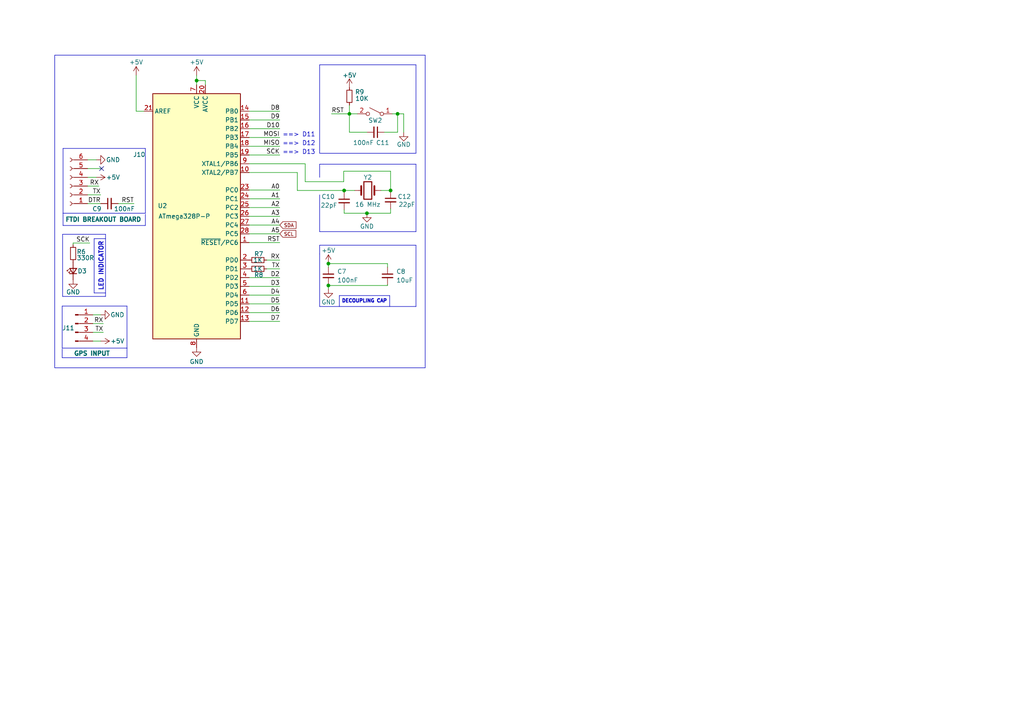
<source format=kicad_sch>
(kicad_sch (version 20230121) (generator eeschema)
  (paper "A4")
  (lib_symbols
    (symbol "Connector:Conn_01x04_Male" (pin_names (offset 1.016) hide)
      (property "Reference" "J" (at 0 5.08 0))
      (property "Value" "Conn_01x04_Male" (at 0 -7.62 0))
      (symbol "Conn_01x04_Male_1_1"
        (polyline (pts (xy 1.27 -5.08) (xy 0.8636 -5.08)) (stroke (width 0.1524)))
        (polyline (pts (xy 1.27 -2.54) (xy 0.8636 -2.54)) (stroke (width 0.1524)))
        (polyline (pts (xy 1.27 0) (xy 0.8636 0)) (stroke (width 0.1524)))
        (polyline (pts (xy 1.27 2.54) (xy 0.8636 2.54)) (stroke (width 0.1524)))
        (rectangle (start 0.8636 -4.953) (end 0 -5.207) (stroke (width 0.1524)) (fill (type outline)))
        (rectangle (start 0.8636 -2.413) (end 0 -2.667) (stroke (width 0.1524)) (fill (type outline)))
        (rectangle (start 0.8636 0.127) (end 0 -0.127) (stroke (width 0.1524)) (fill (type outline)))
        (rectangle (start 0.8636 2.667) (end 0 2.413) (stroke (width 0.1524)) (fill (type outline)))
        (pin passive line (at 5.08 2.54 180) (length 3.81) (name "Pin_1") (number "1"))
        (pin passive line (at 5.08 0 180) (length 3.81) (name "Pin_2") (number "2"))
        (pin passive line (at 5.08 -2.54 180) (length 3.81) (name "Pin_3") (number "3"))
        (pin passive line (at 5.08 -5.08 180) (length 3.81) (name "Pin_4") (number "4"))
      )
    )
    (symbol "Connector:Conn_01x06_Female" (pin_names (offset 1.016) hide)
      (property "Reference" "J" (at 0 7.62 0))
      (property "Value" "Conn_01x06_Female" (at 0 -10.16 0))
      (symbol "Conn_01x06_Female_1_1"
        (arc (start 0 -7.112) (mid -0.5058 -7.62) (end 0 -8.128) (stroke (width 0.1524)))
        (arc (start 0 -4.572) (mid -0.5058 -5.08) (end 0 -5.588) (stroke (width 0.1524)))
        (arc (start 0 -2.032) (mid -0.5058 -2.54) (end 0 -3.048) (stroke (width 0.1524)))
        (polyline (pts (xy -1.27 -7.62) (xy -0.508 -7.62)) (stroke (width 0.1524)))
        (polyline (pts (xy -1.27 -5.08) (xy -0.508 -5.08)) (stroke (width 0.1524)))
        (polyline (pts (xy -1.27 -2.54) (xy -0.508 -2.54)) (stroke (width 0.1524)))
        (polyline (pts (xy -1.27 0) (xy -0.508 0)) (stroke (width 0.1524)))
        (polyline (pts (xy -1.27 2.54) (xy -0.508 2.54)) (stroke (width 0.1524)))
        (polyline (pts (xy -1.27 5.08) (xy -0.508 5.08)) (stroke (width 0.1524)))
        (arc (start 0 0.508) (mid -0.5058 0) (end 0 -0.508) (stroke (width 0.1524)))
        (arc (start 0 3.048) (mid -0.5058 2.54) (end 0 2.032) (stroke (width 0.1524)))
        (arc (start 0 5.588) (mid -0.5058 5.08) (end 0 4.572) (stroke (width 0.1524)))
        (pin passive line (at -5.08 5.08 0) (length 3.81) (name "Pin_1") (number "1"))
        (pin passive line (at -5.08 2.54 0) (length 3.81) (name "Pin_2") (number "2"))
        (pin passive line (at -5.08 0 0) (length 3.81) (name "Pin_3") (number "3"))
        (pin passive line (at -5.08 -2.54 0) (length 3.81) (name "Pin_4") (number "4"))
        (pin passive line (at -5.08 -5.08 0) (length 3.81) (name "Pin_5") (number "5"))
        (pin passive line (at -5.08 -7.62 0) (length 3.81) (name "Pin_6") (number "6"))
      )
    )
    (symbol "Device:C_Small" (pin_numbers hide) (pin_names (offset 0.254) hide)
      (property "Reference" "C" (at 0.254 1.778 0))
      (property "Value" "C_Small" (at 0.254 -2.032 0))
      (symbol "C_Small_0_1"
        (polyline (pts (xy -1.524 -0.508) (xy 1.524 -0.508)) (stroke (width 0.3302)))
        (polyline (pts (xy -1.524 0.508) (xy 1.524 0.508)) (stroke (width 0.3048)))
      )
      (symbol "C_Small_1_1"
        (pin passive line (at 0 2.54 270) (length 2.032) (name "~") (number "1"))
        (pin passive line (at 0 -2.54 90) (length 2.032) (name "~") (number "2"))
      )
    )
    (symbol "Device:Crystal" (pin_numbers hide) (pin_names (offset 1.016) hide)
      (property "Reference" "Y" (at 0 3.81 0))
      (property "Value" "Crystal" (at 0 -3.81 0))
      (symbol "Crystal_0_1"
        (rectangle (start -1.143 2.54) (end 1.143 -2.54) (stroke (width 0.3048)))
        (polyline (pts (xy -2.54 0) (xy -1.905 0)))
        (polyline (pts (xy -1.905 -1.27) (xy -1.905 1.27)) (stroke (width 0.508)))
        (polyline (pts (xy 1.905 -1.27) (xy 1.905 1.27)) (stroke (width 0.508)))
        (polyline (pts (xy 2.54 0) (xy 1.905 0)))
      )
      (symbol "Crystal_1_1"
        (pin passive line (at -3.81 0 0) (length 1.27) (name "1") (number "1"))
        (pin passive line (at 3.81 0 180) (length 1.27) (name "2") (number "2"))
      )
    )
    (symbol "Device:LED_Small" (pin_numbers hide) (pin_names (offset 0.254) hide)
      (property "Reference" "D" (at -1.27 3.175 0))
      (property "Value" "LED_Small" (at -4.445 -2.54 0))
      (symbol "LED_Small_0_1"
        (polyline (pts (xy -0.762 -1.016) (xy -0.762 1.016)) (stroke (width 0.254)))
        (polyline (pts (xy 1.016 0) (xy -0.762 0)))
        (polyline (pts (xy 0.762 -1.016) (xy -0.762 0) (xy 0.762 1.016) (xy 0.762 -1.016)) (stroke (width 0.254)))
        (polyline (pts (xy 0 0.762) (xy -0.508 1.27) (xy -0.254 1.27) (xy -0.508 1.27) (xy -0.508 1.016)))
        (polyline (pts (xy 0.508 1.27) (xy 0 1.778) (xy 0.254 1.778) (xy 0 1.778) (xy 0 1.524)))
      )
      (symbol "LED_Small_1_1"
        (pin passive line (at -2.54 0 0) (length 1.778) (name "K") (number "1"))
        (pin passive line (at 2.54 0 180) (length 1.778) (name "A") (number "2"))
      )
    )
    (symbol "Device:R_Small" (pin_numbers hide) (pin_names (offset 0.254) hide)
      (property "Reference" "R" (at 0.762 0.508 0))
      (property "Value" "R_Small" (at 0.762 -1.016 0))
      (symbol "R_Small_0_1"
        (rectangle (start -0.762 1.778) (end 0.762 -1.778) (stroke (width 0.2032)))
      )
      (symbol "R_Small_1_1"
        (pin passive line (at 0 2.54 270) (length 0.762) (name "~") (number "1"))
        (pin passive line (at 0 -2.54 90) (length 0.762) (name "~") (number "2"))
      )
    )
    (symbol "MCU_Microchip_ATmega:ATmega328P-P"
      (property "Reference" "U" (at -12.7 36.83 0))
      (property "Value" "ATmega328P-P" (at 2.54 -36.83 0))
      (symbol "ATmega328P-P_0_1"
        (rectangle (start -12.7 -35.56) (end 12.7 35.56) (stroke (width 0.254)) (fill (type background)))
      )
      (symbol "ATmega328P-P_1_1"
        (pin bidirectional line (at 15.24 -7.62 180) (length 2.54) (name "~{RESET}/PC6") (number "1"))
        (pin bidirectional line (at 15.24 12.7 180) (length 2.54) (name "XTAL2/PB7") (number "10"))
        (pin bidirectional line (at 15.24 -25.4 180) (length 2.54) (name "PD5") (number "11"))
        (pin bidirectional line (at 15.24 -27.94 180) (length 2.54) (name "PD6") (number "12"))
        (pin bidirectional line (at 15.24 -30.48 180) (length 2.54) (name "PD7") (number "13"))
        (pin bidirectional line (at 15.24 30.48 180) (length 2.54) (name "PB0") (number "14"))
        (pin bidirectional line (at 15.24 27.94 180) (length 2.54) (name "PB1") (number "15"))
        (pin bidirectional line (at 15.24 25.4 180) (length 2.54) (name "PB2") (number "16"))
        (pin bidirectional line (at 15.24 22.86 180) (length 2.54) (name "PB3") (number "17"))
        (pin bidirectional line (at 15.24 20.32 180) (length 2.54) (name "PB4") (number "18"))
        (pin bidirectional line (at 15.24 17.78 180) (length 2.54) (name "PB5") (number "19"))
        (pin bidirectional line (at 15.24 -12.7 180) (length 2.54) (name "PD0") (number "2"))
        (pin power_in line (at 2.54 38.1 270) (length 2.54) (name "AVCC") (number "20"))
        (pin passive line (at -15.24 30.48 0) (length 2.54) (name "AREF") (number "21"))
        (pin passive line (at 0 -38.1 90) (length 2.54) hide (name "GND") (number "22"))
        (pin bidirectional line (at 15.24 7.62 180) (length 2.54) (name "PC0") (number "23"))
        (pin bidirectional line (at 15.24 5.08 180) (length 2.54) (name "PC1") (number "24"))
        (pin bidirectional line (at 15.24 2.54 180) (length 2.54) (name "PC2") (number "25"))
        (pin bidirectional line (at 15.24 0 180) (length 2.54) (name "PC3") (number "26"))
        (pin bidirectional line (at 15.24 -2.54 180) (length 2.54) (name "PC4") (number "27"))
        (pin bidirectional line (at 15.24 -5.08 180) (length 2.54) (name "PC5") (number "28"))
        (pin bidirectional line (at 15.24 -15.24 180) (length 2.54) (name "PD1") (number "3"))
        (pin bidirectional line (at 15.24 -17.78 180) (length 2.54) (name "PD2") (number "4"))
        (pin bidirectional line (at 15.24 -20.32 180) (length 2.54) (name "PD3") (number "5"))
        (pin bidirectional line (at 15.24 -22.86 180) (length 2.54) (name "PD4") (number "6"))
        (pin power_in line (at 0 38.1 270) (length 2.54) (name "VCC") (number "7"))
        (pin power_in line (at 0 -38.1 90) (length 2.54) (name "GND") (number "8"))
        (pin bidirectional line (at 15.24 15.24 180) (length 2.54) (name "XTAL1/PB6") (number "9"))
      )
    )
    (symbol "Switch:SW_SPST" (pin_names (offset 0) hide)
      (property "Reference" "SW" (at 0 3.175 0))
      (property "Value" "SW_SPST" (at 0 -2.54 0))
      (symbol "SW_SPST_0_0"
        (circle (center -2.032 0) (radius 0.508))
        (polyline (pts (xy -1.524 0.254) (xy 1.524 1.778)))
        (circle (center 2.032 0) (radius 0.508))
      )
      (symbol "SW_SPST_1_1"
        (pin passive line (at -5.08 0 0) (length 2.54) (name "A") (number "1"))
        (pin passive line (at 5.08 0 180) (length 2.54) (name "B") (number "2"))
      )
    )
    (symbol "power:+5V" (power) (pin_names (offset 0))
      (property "Value" "+5V" (at 0 3.556 0))
      (symbol "+5V_0_1"
        (polyline (pts (xy -0.762 1.27) (xy 0 2.54)))
        (polyline (pts (xy 0 0) (xy 0 2.54)))
        (polyline (pts (xy 0 2.54) (xy 0.762 1.27)))
      )
      (symbol "+5V_1_1"
        (pin power_in line (at 0 0 90) (length 0) hide (name "+5V") (number "1"))
      )
    )
    (symbol "power:GND" (power) (pin_names (offset 0))
      (property "Value" "GND" (at 0 -3.81 0))
      (symbol "GND_0_1"
        (polyline (pts (xy 0 0) (xy 0 -1.27) (xy 1.27 -1.27) (xy 0 -2.54) (xy -1.27 -1.27) (xy 0 -1.27)))
      )
      (symbol "GND_1_1"
        (pin power_in line (at 0 0 270) (length 0) hide (name "GND") (number "1"))
      )
    )
  )
  (junction (at 106.426 61.849))
  (junction (at 95.25 76.454))
  (junction (at 115.316 33.02))
  (junction (at 57.023 23.368))
  (junction (at 95.25 82.804))
  (junction (at 99.822 55.245))
  (junction (at 113.284 55.245))
  (junction (at 101.346 33.02))
  (no_connect (at 29.464 48.895))
  (wire (pts (xy 72.263 47.498) (xy 88.519 47.498)))
  (wire (pts (xy 99.822 61.849) (xy 106.426 61.849)))
  (polyline (pts (xy 123.317 17.018) (xy 123.317 106.68)))
  (polyline (pts (xy 120.65 47.625) (xy 120.65 67.183)))
  (polyline (pts (xy 15.875 16.002) (xy 123.317 16.002)))
  (wire (pts (xy 59.563 23.368) (xy 59.563 24.638)))
  (wire (pts (xy 41.783 32.258) (xy 39.497 32.258)))
  (wire (pts (xy 95.25 82.55) (xy 95.25 82.804)))
  (polyline (pts (xy 92.71 44.45) (xy 120.65 44.45)))
  (wire (pts (xy 72.263 65.278) (xy 81.153 65.278)))
  (polyline (pts (xy 18.161 85.979) (xy 30.607 85.979)))
  (wire (pts (xy 72.263 83.058) (xy 81.153 83.058)))
  (wire (pts (xy 99.822 55.753) (xy 99.822 55.245)))
  (wire (pts (xy 72.263 57.658) (xy 81.153 57.658)))
  (wire (pts (xy 57.023 21.844) (xy 57.023 23.368)))
  (wire (pts (xy 72.263 62.738) (xy 81.153 62.738)))
  (wire (pts (xy 113.284 49.657) (xy 113.284 55.245)))
  (wire (pts (xy 88.519 47.498) (xy 88.519 52.705)))
  (polyline (pts (xy 18.034 88.773) (xy 36.83 88.773)))
  (wire (pts (xy 25.4 46.355) (xy 27.94 46.355)))
  (wire (pts (xy 77.343 75.438) (xy 81.153 75.438)))
  (polyline (pts (xy 30.607 85.979) (xy 30.607 67.945)))
  (wire (pts (xy 25.4 56.515) (xy 29.21 56.515)))
  (wire (pts (xy 72.263 67.818) (xy 81.153 67.818)))
  (polyline (pts (xy 98.425 85.725) (xy 113.03 85.725)))
  (wire (pts (xy 72.263 50.038) (xy 86.233 50.038)))
  (wire (pts (xy 117.094 38.354) (xy 117.094 33.02)))
  (polyline (pts (xy 36.83 103.759) (xy 36.83 100.965)))
  (wire (pts (xy 72.263 60.198) (xy 81.153 60.198)))
  (wire (pts (xy 72.263 70.358) (xy 81.153 70.358)))
  (wire (pts (xy 26.924 93.853) (xy 29.972 93.853)))
  (polyline (pts (xy 92.71 47.625) (xy 93.726 47.625)))
  (wire (pts (xy 117.094 33.02) (xy 115.316 33.02)))
  (wire (pts (xy 101.346 38.354) (xy 101.346 33.02)))
  (wire (pts (xy 72.263 88.138) (xy 81.153 88.138)))
  (wire (pts (xy 72.263 42.418) (xy 81.153 42.418)))
  (wire (pts (xy 72.263 55.118) (xy 81.153 55.118)))
  (polyline (pts (xy 123.317 106.68) (xy 15.875 106.68)))
  (wire (pts (xy 88.519 52.705) (xy 99.695 52.705)))
  (wire (pts (xy 99.822 55.245) (xy 102.87 55.245)))
  (polyline (pts (xy 120.65 44.45) (xy 120.65 18.796)))
  (polyline (pts (xy 18.034 103.759) (xy 36.83 103.759)))
  (polyline (pts (xy 18.034 88.773) (xy 18.034 100.965)))
  (wire (pts (xy 99.695 49.657) (xy 99.695 52.705)))
  (polyline (pts (xy 92.71 73.66) (xy 92.71 88.9)))
  (wire (pts (xy 72.263 80.518) (xy 81.153 80.518)))
  (polyline (pts (xy 120.65 67.183) (xy 92.71 67.183)))
  (polyline (pts (xy 18.034 101.219) (xy 18.034 103.759)))
  (wire (pts (xy 86.233 55.245) (xy 99.822 55.245)))
  (wire (pts (xy 95.25 82.804) (xy 112.395 82.804)))
  (wire (pts (xy 21.209 70.485) (xy 21.209 70.993)))
  (polyline (pts (xy 27.305 69.215) (xy 30.607 69.215)))
  (polyline (pts (xy 18.161 67.945) (xy 18.161 85.979)))
  (wire (pts (xy 115.316 38.354) (xy 115.316 33.02)))
  (wire (pts (xy 72.263 37.338) (xy 81.153 37.338)))
  (polyline (pts (xy 18.288 65.405) (xy 18.288 61.849)))
  (polyline (pts (xy 42.164 65.405) (xy 18.288 65.405)))
  (wire (pts (xy 25.4 59.055) (xy 29.21 59.055)))
  (polyline (pts (xy 92.71 71.12) (xy 92.71 73.66)))
  (wire (pts (xy 113.284 61.849) (xy 113.284 60.579)))
  (polyline (pts (xy 42.164 62.103) (xy 42.164 65.405)))
  (wire (pts (xy 26.924 96.393) (xy 29.972 96.393)))
  (wire (pts (xy 72.263 39.878) (xy 81.153 39.878)))
  (polyline (pts (xy 92.71 88.9) (xy 120.65 88.9)))
  (wire (pts (xy 72.263 90.678) (xy 81.153 90.678)))
  (wire (pts (xy 72.263 93.218) (xy 81.153 93.218)))
  (wire (pts (xy 72.263 85.598) (xy 81.153 85.598)))
  (polyline (pts (xy 29.972 61.849) (xy 42.164 61.849)))
  (polyline (pts (xy 92.71 18.796) (xy 120.65 18.796)))
  (polyline (pts (xy 42.164 43.053) (xy 42.164 61.849)))
  (wire (pts (xy 86.233 50.038) (xy 86.233 55.245)))
  (wire (pts (xy 26.924 91.313) (xy 29.21 91.313)))
  (wire (pts (xy 95.25 77.47) (xy 95.25 76.454)))
  (polyline (pts (xy 36.83 100.965) (xy 18.034 100.965)))
  (wire (pts (xy 39.497 32.258) (xy 39.497 21.844)))
  (wire (pts (xy 25.4 48.895) (xy 29.464 48.895)))
  (wire (pts (xy 72.263 32.258) (xy 81.153 32.258)))
  (wire (pts (xy 99.822 60.833) (xy 99.822 61.849)))
  (polyline (pts (xy 18.288 43.053) (xy 42.164 43.053)))
  (polyline (pts (xy 120.65 88.9) (xy 120.65 71.12)))
  (wire (pts (xy 112.395 82.804) (xy 112.395 82.55)))
  (wire (pts (xy 106.426 38.354) (xy 101.346 38.354)))
  (wire (pts (xy 57.023 23.368) (xy 59.563 23.368)))
  (polyline (pts (xy 123.317 16.002) (xy 123.317 17.018)))
  (wire (pts (xy 34.29 59.055) (xy 38.862 59.055)))
  (polyline (pts (xy 98.425 85.725) (xy 98.425 88.9)))
  (polyline (pts (xy 92.71 18.796) (xy 92.71 44.45)))
  (polyline (pts (xy 92.71 56.515) (xy 92.71 67.183)))
  (wire (pts (xy 101.346 33.02) (xy 96.139 33.02)))
  (polyline (pts (xy 30.607 84.963) (xy 27.305 84.963)))
  (wire (pts (xy 113.284 55.245) (xy 110.49 55.245)))
  (wire (pts (xy 112.395 76.454) (xy 112.395 77.47)))
  (polyline (pts (xy 120.65 71.12) (xy 92.71 71.12)))
  (polyline (pts (xy 27.305 84.963) (xy 27.305 69.215)))
  (wire (pts (xy 101.346 30.48) (xy 101.346 33.02)))
  (wire (pts (xy 95.25 76.454) (xy 112.395 76.454)))
  (wire (pts (xy 95.25 83.82) (xy 95.25 82.804)))
  (polyline (pts (xy 92.71 51.435) (xy 92.71 47.625)))
  (polyline (pts (xy 93.726 47.625) (xy 120.65 47.625)))
  (wire (pts (xy 72.263 34.798) (xy 81.153 34.798)))
  (wire (pts (xy 25.4 53.975) (xy 28.702 53.975)))
  (wire (pts (xy 26.924 98.933) (xy 29.21 98.933)))
  (wire (pts (xy 72.263 44.958) (xy 81.153 44.958)))
  (polyline (pts (xy 18.288 61.849) (xy 18.288 43.053)))
  (wire (pts (xy 115.316 33.02) (xy 113.792 33.02)))
  (wire (pts (xy 57.023 23.368) (xy 57.023 24.638)))
  (wire (pts (xy 101.346 33.02) (xy 103.632 33.02)))
  (wire (pts (xy 99.695 49.657) (xy 113.284 49.657)))
  (wire (pts (xy 25.4 51.435) (xy 27.94 51.435)))
  (wire (pts (xy 111.506 38.354) (xy 115.316 38.354)))
  (polyline (pts (xy 15.875 106.68) (xy 15.875 16.002)))
  (polyline (pts (xy 30.607 67.945) (xy 18.161 67.945)))
  (polyline (pts (xy 113.03 85.725) (xy 113.03 88.9)))
  (wire (pts (xy 113.284 55.245) (xy 113.284 55.499)))
  (wire (pts (xy 26.035 70.485) (xy 21.209 70.485)))
  (polyline (pts (xy 36.83 88.773) (xy 36.83 100.965)))
  (polyline (pts (xy 29.972 61.849) (xy 18.288 61.849)))
  (wire (pts (xy 77.343 77.978) (xy 81.153 77.978)))
  (wire (pts (xy 106.426 61.849) (xy 113.284 61.849)))
  (text "==> D12\n" (at 81.915 42.418 0) (effects (font (size 1.27 1.27)) (justify left bottom)))
  (text "==> D11" (at 81.915 39.878 0) (effects (font (size 1.27 1.27)) (justify left bottom)))
  (text "LED INDICATOR" (at 30.099 84.455 90) (effects (font (size 1.27 1.27) (thickness 0.254) bold) (justify left bottom)))
  (text "DECOUPLING CAP" (at 99.06 88.011 0) (effects (font (size 1 1) (thickness 0.254) bold) (justify left bottom)))
  (text "==> D13\n" (at 81.915 44.958 0) (effects (font (size 1.27 1.27)) (justify left bottom)))
  (label "RX" (at 28.702 53.975 180))
  (label "D3" (at 81.153 83.058 180))
  (label "RX" (at 81.153 75.438 180))
  (label "A0" (at 81.153 55.118 180))
  (label "MOSI" (at 81.153 39.878 180))
  (label "A3" (at 81.153 62.738 180))
  (label "TX" (at 29.21 56.515 180))
  (label "RST" (at 96.139 33.02 0))
  (label "D8" (at 81.153 32.258 180))
  (label "D9" (at 81.153 34.798 180))
  (label "A4" (at 81.153 65.278 180))
  (label "D5" (at 81.153 88.138 180))
  (label "RST" (at 38.862 59.055 180))
  (label "D4" (at 81.153 85.598 180))
  (label "D10" (at 81.153 37.338 180))
  (label "MISO" (at 81.153 42.418 180))
  (label "SCK" (at 26.035 70.485 180))
  (label "TX" (at 29.972 96.393 180))
  (label "A5" (at 81.153 67.818 180))
  (label "RST" (at 81.153 70.358 180))
  (label "TX" (at 81.153 77.978 180))
  (label "D2" (at 81.153 80.518 180))
  (label "SCK" (at 81.153 44.958 180))
  (label "A1" (at 81.153 57.658 180))
  (label "DTR" (at 29.21 59.055 180))
  (label "D7" (at 81.153 93.218 180))
  (label "A2" (at 81.153 60.198 180))
  (label "RX" (at 29.972 93.853 180))
  (label "D6" (at 81.153 90.678 180))
  (global_label "SDA" (shape input) (at 81.153 65.278 0) (effects (font (size 1 1))) (property "Intersheetrefs" "${INTERSHEET_REFS}" (effects hide)))
  (global_label "SCL" (shape input) (at 81.153 67.818 0) (effects (font (size 1 1))) (property "Intersheetrefs" "${INTERSHEET_REFS}" (effects hide)))
  (symbol (lib_id "power:GND") (at 29.21 91.313 90) (unit 1)
    (property "Reference" "#PWR035" (effects hide))
    (property "Value" "GND" (at 32.004 91.313 90) (effects (justify right)))
  )
  (symbol (lib_id "power:+5V") (at 101.346 25.4 0) (mirror y) (unit 1)
    (property "Reference" "#PWR042" (effects hide))
    (property "Value" "+5V" (at 101.346 21.844 0))
  )
  (symbol (lib_id "Device:R_Small") (at 21.209 73.533 0) (unit 1)
    (property "Reference" "R6" (at 22.225 73.025 0) (effects (justify left)))
    (property "Value" "330R" (at 22.225 74.803 0) (effects (justify left)))
    (property "Footprint" "Resistor_SMD:R_0805_2012Metric_Pad1.20x1.40mm_HandSolder" (effects hide))
    (instances (project "FLIGHT_CONTROLLER_REV_3" (path "" (reference "R6") (unit 1))) (project "FLIGHT_CONTROLLER_REV_2" (path "" (reference "R8") (unit 1))))
  )
  (symbol (lib_id "power:GND") (at 27.94 46.355 90) (unit 1)
    (property "Reference" "#PWR033" (effects hide))
    (property "Value" "GND" (at 30.734 46.355 90) (effects (justify right)))
  )
  (symbol (lib_id "Device:Crystal") (at 106.68 55.245 0) (unit 1)
    (property "Reference" "Y2" (at 106.68 51.435 0))
    (property "Value" "16 MHz" (at 106.68 59.309 0))
    (property "Footprint" "Crystal:Crystal_HC49-4H_Vertical" (effects hide))
  )
  (symbol (lib_id "power:GND") (at 21.209 81.153 0) (unit 1)
    (property "Reference" "#PWR032" (effects hide))
    (property "Value" "GND" (at 21.209 84.709 0))
  )
  (symbol (lib_id "Connector:Conn_01x06_Female") (at 20.32 53.975 180) (unit 1)
    (property "Reference" "J10" (at 40.386 44.831 0))
    (property "Value" "FTDI BREAKOUT BOARD" (at 29.972 63.627 0) (effects (font bold)))
    (property "Footprint" "Connector_PinSocket_2.54mm:PinSocket_1x06_P2.54mm_Vertical" (effects hide))
    (instances (project "FLIGHT_CONTROLLER_REV_3" (path "" (reference "J10") (unit 1))) (project "FLIGHT_CONTROLLER_REV_2" (path "" (reference "J9") (unit 1))))
  )
  (symbol (lib_id "Device:LED_Small") (at 21.209 78.613 90) (unit 1)
    (property "Reference" "D3" (at 22.479 78.613 90) (effects (justify right)))
    (property "Value" "LED_Small" (effects hide))
    (property "Footprint" "LED_THT:LED_D3.0mm" (effects hide))
    (instances (project "FLIGHT_CONTROLLER_REV_3" (path "" (reference "D3") (unit 1))) (project "FLIGHT_CONTROLLER_REV_2" (path "" (reference "D5") (unit 1))))
  )
  (symbol (lib_id "power:+5V") (at 29.21 98.933 270) (unit 1)
    (property "Reference" "#PWR036" (effects hide))
    (property "Value" "+5V" (at 32.004 98.933 90) (effects (justify left)))
  )
  (symbol (lib_id "Device:C_Small") (at 99.822 58.293 0) (unit 1)
    (property "Reference" "C10" (at 93.218 57.023 0) (effects (justify left)))
    (property "Value" "22pF" (at 92.964 59.563 0) (effects (justify left)))
    (property "Footprint" "Capacitor_SMD:C_0805_2012Metric_Pad1.18x1.45mm_HandSolder" (effects hide))
    (instances (project "FLIGHT_CONTROLLER_REV_3" (path "" (reference "C10") (unit 1))) (project "FLIGHT_CONTROLLER_REV_2" (path "" (reference "C6") (unit 1))))
  )
  (symbol (lib_id "Connector:Conn_01x04_Male") (at 21.844 93.853 0) (unit 1)
    (property "Reference" "J11" (at 19.812 95.123 0))
    (property "Value" "GPS INPUT" (at 26.67 102.489 0) (effects (font bold)))
    (property "Footprint" "Connector_PinHeader_2.54mm:PinHeader_1x04_P2.54mm_Vertical" (effects hide))
    (instances (project "FLIGHT_CONTROLLER_REV_3" (path "" (reference "J11") (unit 1))) (project "FLIGHT_CONTROLLER_REV_2" (path "" (reference "J10") (unit 1))))
  )
  (symbol (lib_id "Device:C_Small") (at 31.75 59.055 90) (unit 1)
    (property "Reference" "C9" (at 29.464 60.579 90) (effects (justify left)))
    (property "Value" "100nF" (at 39.116 60.579 90) (effects (justify left)))
    (property "Footprint" "Capacitor_SMD:C_0805_2012Metric_Pad1.18x1.45mm_HandSolder" (effects hide))
    (instances (project "FLIGHT_CONTROLLER_REV_3" (path "" (reference "C9") (unit 1))) (project "FLIGHT_CONTROLLER_REV_2" (path "" (reference "C10") (unit 1))))
  )
  (symbol (lib_id "Device:R_Small") (at 101.346 27.94 0) (mirror y) (unit 1)
    (property "Reference" "R9" (at 105.664 26.67 0) (effects (justify left)))
    (property "Value" "10K" (at 106.934 28.575 0) (effects (justify left)))
    (property "Footprint" "Resistor_SMD:R_0805_2012Metric_Pad1.20x1.40mm_HandSolder" (effects hide))
  )
  (symbol (lib_id "power:GND") (at 106.426 61.849 0) (unit 1)
    (property "Reference" "#PWR043" (effects hide))
    (property "Value" "GND" (at 106.426 65.659 0))
  )
  (symbol (lib_id "Device:C_Small") (at 95.25 80.01 0) (unit 1)
    (property "Reference" "C7" (at 97.79 78.7462 0) (effects (justify left)))
    (property "Value" "100nF" (at 97.79 81.2862 0) (effects (justify left)))
    (property "Footprint" "Capacitor_SMD:C_0805_2012Metric_Pad1.18x1.45mm_HandSolder" (effects hide))
    (instances (project "FLIGHT_CONTROLLER_REV_3" (path "" (reference "C7") (unit 1))) (project "FLIGHT_CONTROLLER_REV_2" (path "" (reference "C13") (unit 1))))
  )
  (symbol (lib_id "MCU_Microchip_ATmega:ATmega328P-P") (at 57.023 62.738 0) (unit 1)
    (property "Reference" "U2" (at 47.117 59.69 0))
    (property "Value" "ATmega328P-P" (at 53.467 62.738 0))
    (property "Footprint" "Package_DIP:DIP-28_W7.62mm" (effects hide))
    (property "Datasheet" "http://ww1.microchip.com/downloads/en/DeviceDoc/ATmega328_P%20AVR%20MCU%20with%20picoPower%20Technology%20Data%20Sheet%2040001984A.pdf" (effects hide))
    (instances (project "FLIGHT_CONTROLLER_REV_3" (path "" (reference "U2") (unit 1))) (project "FLIGHT_CONTROLLER_REV_2" (path "" (reference "U3") (unit 1))))
  )
  (symbol (lib_id "Device:R_Small") (at 74.803 75.438 90) (unit 1)
    (property "Reference" "R7" (at 75.057 73.66 90))
    (property "Value" "1K" (at 74.803 75.438 90))
    (property "Footprint" "Resistor_SMD:R_0805_2012Metric_Pad1.20x1.40mm_HandSolder" (effects hide))
    (instances (project "FLIGHT_CONTROLLER_REV_3" (path "" (reference "R7") (unit 1))) (project "FLIGHT_CONTROLLER_REV_2" (path "" (reference "R10") (unit 1))))
  )
  (symbol (lib_id "Device:C_Small") (at 113.284 58.039 0) (unit 1)
    (property "Reference" "C12" (at 115.316 57.023 0) (effects (justify left)))
    (property "Value" "22pF" (at 115.57 59.309 0) (effects (justify left)))
    (property "Footprint" "Capacitor_SMD:C_0805_2012Metric_Pad1.18x1.45mm_HandSolder" (effects hide))
    (instances (project "FLIGHT_CONTROLLER_REV_3" (path "" (reference "C12") (unit 1))) (project "FLIGHT_CONTROLLER_REV_2" (path "" (reference "C8") (unit 1))))
  )
  (symbol (lib_id "power:GND") (at 95.25 83.82 0) (unit 1)
    (property "Reference" "#PWR031" (effects hide))
    (property "Value" "GND" (at 95.25 87.63 0))
    (instances (project "FLIGHT_CONTROLLER_REV_3" (path "" (reference "#PWR031") (unit 1))) (project "FLIGHT_CONTROLLER_REV_2" (path "" (reference "#PWR0103") (unit 1))))
  )
  (symbol (lib_id "Switch:SW_SPST") (at 108.712 33.02 0) (mirror y) (unit 1)
    (property "Reference" "SW2" (at 108.839 34.925 0))
    (property "Value" "SW_SPST" (effects hide))
    (property "Footprint" "Button_Switch_THT:SW_Tactile_SPST_Angled_PTS645Vx58-2LFS" (effects hide))
  )
  (symbol (lib_id "power:GND") (at 57.023 100.838 0) (unit 1)
    (property "Reference" "#PWR039" (effects hide))
    (property "Value" "GND" (at 57.023 104.902 0))
  )
  (symbol (lib_id "power:GND") (at 117.094 38.354 0) (mirror y) (unit 1)
    (property "Reference" "#PWR044" (effects hide))
    (property "Value" "GND" (at 117.094 41.91 0))
  )
  (symbol (lib_id "power:+5V") (at 57.023 21.844 0) (unit 1)
    (property "Reference" "#PWR038" (effects hide))
    (property "Value" "+5V" (at 57.023 18.034 0))
  )
  (symbol (lib_id "Device:R_Small") (at 74.803 77.978 90) (unit 1)
    (property "Reference" "R8" (at 75.057 79.756 90))
    (property "Value" "1K" (at 74.803 77.978 90))
    (property "Footprint" "Resistor_SMD:R_0805_2012Metric_Pad1.20x1.40mm_HandSolder" (effects hide))
    (instances (project "FLIGHT_CONTROLLER_REV_3" (path "" (reference "R8") (unit 1))) (project "FLIGHT_CONTROLLER_REV_2" (path "" (reference "R11") (unit 1))))
  )
  (symbol (lib_id "power:+5V") (at 95.25 76.454 0) (unit 1)
    (property "Reference" "#PWR030" (effects hide))
    (property "Value" "+5V" (at 95.25 72.644 0))
    (instances (project "FLIGHT_CONTROLLER_REV_3" (path "" (reference "#PWR030") (unit 1))) (project "FLIGHT_CONTROLLER_REV_2" (path "" (reference "#PWR0104") (unit 1))))
  )
  (symbol (lib_id "Device:C_Small") (at 112.395 80.01 0) (unit 1)
    (property "Reference" "C8" (at 114.935 78.7462 0) (effects (justify left)))
    (property "Value" "10uF" (at 114.935 81.2862 0) (effects (justify left)))
    (property "Footprint" "Capacitor_SMD:C_0805_2012Metric_Pad1.18x1.45mm_HandSolder" (effects hide))
    (instances (project "FLIGHT_CONTROLLER_REV_3" (path "" (reference "C8") (unit 1))) (project "FLIGHT_CONTROLLER_REV_2" (path "" (reference "C14") (unit 1))))
  )
  (symbol (lib_id "power:+5V") (at 39.497 21.844 0) (unit 1)
    (property "Reference" "#PWR037" (effects hide))
    (property "Value" "+5V" (at 39.497 18.034 0))
  )
  (symbol (lib_id "Device:C_Small") (at 108.966 38.354 270) (mirror x) (unit 1)
    (property "Reference" "C11" (at 110.998 41.402 90))
    (property "Value" "100nF" (at 105.41 41.402 90))
    (property "Footprint" "Capacitor_SMD:C_0805_2012Metric_Pad1.18x1.45mm_HandSolder" (effects hide))
    (instances (project "FLIGHT_CONTROLLER_REV_3" (path "" (reference "C11") (unit 1))) (project "FLIGHT_CONTROLLER_REV_2" (path "" (reference "C7") (unit 1))))
  )
  (symbol (lib_id "power:+5V") (at 27.94 51.435 270) (unit 1)
    (property "Reference" "#PWR034" (effects hide))
    (property "Value" "+5V" (at 30.734 51.435 90) (effects (justify left)))
  )
)
</source>
